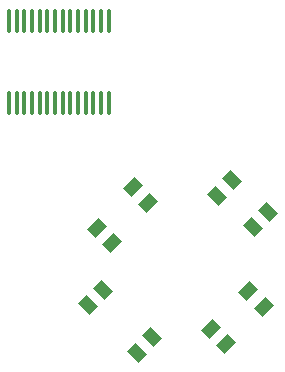
<source format=gbp>
G04*
G04 #@! TF.GenerationSoftware,Altium Limited,Altium Designer,20.1.10 (176)*
G04*
G04 Layer_Color=128*
%FSLAX24Y24*%
%MOIN*%
G70*
G04*
G04 #@! TF.SameCoordinates,9D01BC41-1964-44B2-BAAF-85125F902256*
G04*
G04*
G04 #@! TF.FilePolarity,Positive*
G04*
G01*
G75*
%ADD69O,0.0138X0.0827*%
G04:AMPARAMS|DCode=70|XSize=55.1mil|YSize=41.3mil|CornerRadius=0mil|HoleSize=0mil|Usage=FLASHONLY|Rotation=225.000|XOffset=0mil|YOffset=0mil|HoleType=Round|Shape=Rectangle|*
%AMROTATEDRECTD70*
4,1,4,0.0049,0.0341,0.0341,0.0049,-0.0049,-0.0341,-0.0341,-0.0049,0.0049,0.0341,0.0*
%
%ADD70ROTATEDRECTD70*%

G04:AMPARAMS|DCode=71|XSize=55.1mil|YSize=41.3mil|CornerRadius=0mil|HoleSize=0mil|Usage=FLASHONLY|Rotation=315.000|XOffset=0mil|YOffset=0mil|HoleType=Round|Shape=Rectangle|*
%AMROTATEDRECTD71*
4,1,4,-0.0341,0.0049,-0.0049,0.0341,0.0341,-0.0049,0.0049,-0.0341,-0.0341,0.0049,0.0*
%
%ADD71ROTATEDRECTD71*%

D69*
X6211Y24500D02*
D03*
X6467D02*
D03*
X6722D02*
D03*
X6978D02*
D03*
X7234D02*
D03*
X7490D02*
D03*
X7746D02*
D03*
X8002D02*
D03*
X8258D02*
D03*
X8514D02*
D03*
X8770D02*
D03*
X9026D02*
D03*
X9281D02*
D03*
X9537D02*
D03*
X6211Y21783D02*
D03*
X6467D02*
D03*
X6722D02*
D03*
X6978D02*
D03*
X7234D02*
D03*
X7490D02*
D03*
X7746D02*
D03*
X8002D02*
D03*
X8258D02*
D03*
X8514D02*
D03*
X9537D02*
D03*
X9281D02*
D03*
X9026D02*
D03*
X8770D02*
D03*
D70*
X13458Y13742D02*
D03*
X12942Y14258D02*
D03*
X14192Y15508D02*
D03*
X14708Y14992D02*
D03*
X10865Y18456D02*
D03*
X10350Y18971D02*
D03*
X9665Y17114D02*
D03*
X9150Y17629D02*
D03*
D71*
X14342Y17642D02*
D03*
X14858Y18158D02*
D03*
X13142Y18692D02*
D03*
X13658Y19208D02*
D03*
X9358Y15558D02*
D03*
X8842Y15042D02*
D03*
X10994Y13965D02*
D03*
X10479Y13450D02*
D03*
M02*

</source>
